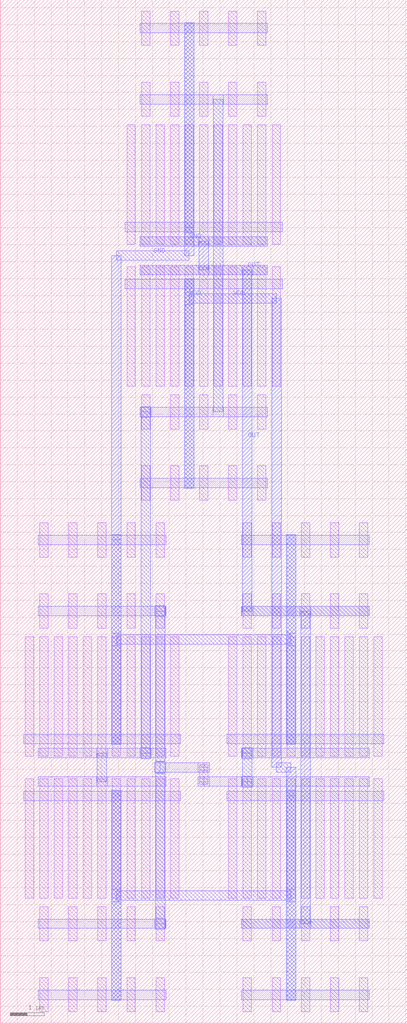
<source format=lef>
MACRO RING_OSC2
  ORIGIN 0 0 ;
  FOREIGN RING_OSC2 0 0 ;
  SIZE 12.04 BY 30.24 ;
  PIN GND
    DIRECTION INOUT ;
    USE SIGNAL ;
    PORT 
      LAYER M3 ;
        RECT 3.3 8.24 3.58 14.44 ;
      LAYER M3 ;
        RECT 8.46 8.24 8.74 14.44 ;
      LAYER M3 ;
        RECT 3.3 11.155 3.58 11.525 ;
      LAYER M2 ;
        RECT 3.44 11.2 8.6 11.48 ;
      LAYER M3 ;
        RECT 8.46 11.155 8.74 11.525 ;
      LAYER M3 ;
        RECT 5.45 23.36 5.73 29.56 ;
      LAYER M3 ;
        RECT 3.3 14.28 3.58 22.68 ;
      LAYER M2 ;
        RECT 3.44 22.54 5.59 22.82 ;
      LAYER M3 ;
        RECT 5.45 22.68 5.73 23.52 ;
    END
  END GND
  PIN VDD
    DIRECTION INOUT ;
    USE SIGNAL ;
    PORT 
      LAYER M3 ;
        RECT 3.3 0.68 3.58 6.88 ;
      LAYER M3 ;
        RECT 8.46 0.68 8.74 6.88 ;
      LAYER M3 ;
        RECT 3.3 3.595 3.58 3.965 ;
      LAYER M2 ;
        RECT 3.44 3.64 8.6 3.92 ;
      LAYER M3 ;
        RECT 8.46 3.595 8.74 3.965 ;
      LAYER M3 ;
        RECT 5.45 15.8 5.73 22 ;
      LAYER M3 ;
        RECT 8.46 6.72 8.74 7.56 ;
      LAYER M2 ;
        RECT 8.17 7.42 8.6 7.7 ;
      LAYER M3 ;
        RECT 8.03 7.56 8.31 21.42 ;
      LAYER M2 ;
        RECT 5.59 21.28 8.17 21.56 ;
      LAYER M3 ;
        RECT 5.45 21.235 5.73 21.605 ;
    END
  END VDD
  PIN OUT
    DIRECTION INOUT ;
    USE SIGNAL ;
    PORT 
      LAYER M2 ;
        RECT 7.14 2.8 10.92 3.08 ;
      LAYER M2 ;
        RECT 7.14 12.04 10.92 12.32 ;
      LAYER M2 ;
        RECT 8.87 2.8 9.19 3.08 ;
      LAYER M3 ;
        RECT 8.89 2.94 9.17 12.18 ;
      LAYER M2 ;
        RECT 8.87 12.04 9.19 12.32 ;
      LAYER M2 ;
        RECT 4.13 22.12 7.91 22.4 ;
      LAYER M2 ;
        RECT 4.13 22.96 7.91 23.24 ;
      LAYER M2 ;
        RECT 5.86 22.12 6.18 22.4 ;
      LAYER M3 ;
        RECT 5.88 22.26 6.16 23.1 ;
      LAYER M2 ;
        RECT 5.86 22.96 6.18 23.24 ;
      LAYER M2 ;
        RECT 7.15 12.04 7.47 12.32 ;
      LAYER M3 ;
        RECT 7.17 12.18 7.45 22.26 ;
      LAYER M2 ;
        RECT 7.15 22.12 7.47 22.4 ;
    END
  END OUT
  OBS 
  LAYER M2 ;
        RECT 1.12 7 4.9 7.28 ;
  LAYER M2 ;
        RECT 1.12 7.84 4.9 8.12 ;
  LAYER M2 ;
        RECT 2.85 7 3.17 7.28 ;
  LAYER M3 ;
        RECT 2.87 7.14 3.15 7.98 ;
  LAYER M2 ;
        RECT 2.85 7.84 3.17 8.12 ;
  LAYER M2 ;
        RECT 4.13 17.92 7.91 18.2 ;
  LAYER M2 ;
        RECT 4.13 27.16 7.91 27.44 ;
  LAYER M2 ;
        RECT 6.29 17.92 6.61 18.2 ;
  LAYER M3 ;
        RECT 6.31 18.06 6.59 27.3 ;
  LAYER M2 ;
        RECT 6.29 27.16 6.61 27.44 ;
  LAYER M2 ;
        RECT 4.14 7.84 4.46 8.12 ;
  LAYER M3 ;
        RECT 4.16 7.98 4.44 18.06 ;
  LAYER M2 ;
        RECT 4.14 17.92 4.46 18.2 ;
  LAYER M2 ;
        RECT 4.14 7.84 4.46 8.12 ;
  LAYER M3 ;
        RECT 4.16 7.82 4.44 8.14 ;
  LAYER M2 ;
        RECT 4.14 17.92 4.46 18.2 ;
  LAYER M3 ;
        RECT 4.16 17.9 4.44 18.22 ;
  LAYER M2 ;
        RECT 4.14 7.84 4.46 8.12 ;
  LAYER M3 ;
        RECT 4.16 7.82 4.44 8.14 ;
  LAYER M2 ;
        RECT 4.14 17.92 4.46 18.2 ;
  LAYER M3 ;
        RECT 4.16 17.9 4.44 18.22 ;
  LAYER M2 ;
        RECT 1.12 2.8 4.9 3.08 ;
  LAYER M2 ;
        RECT 1.12 12.04 4.9 12.32 ;
  LAYER M2 ;
        RECT 7.14 7 10.92 7.28 ;
  LAYER M2 ;
        RECT 7.14 7.84 10.92 8.12 ;
  LAYER M2 ;
        RECT 4.57 2.8 4.89 3.08 ;
  LAYER M3 ;
        RECT 4.59 2.94 4.87 12.18 ;
  LAYER M2 ;
        RECT 4.57 12.04 4.89 12.32 ;
  LAYER M3 ;
        RECT 4.59 7.375 4.87 7.745 ;
  LAYER M2 ;
        RECT 4.73 7.42 6.02 7.7 ;
  LAYER M1 ;
        RECT 5.895 7.14 6.145 7.56 ;
  LAYER M2 ;
        RECT 6.02 7 7.31 7.28 ;
  LAYER M2 ;
        RECT 7.15 7 7.47 7.28 ;
  LAYER M3 ;
        RECT 7.17 7.14 7.45 7.98 ;
  LAYER M2 ;
        RECT 7.15 7.84 7.47 8.12 ;
  LAYER M2 ;
        RECT 4.57 2.8 4.89 3.08 ;
  LAYER M3 ;
        RECT 4.59 2.78 4.87 3.1 ;
  LAYER M2 ;
        RECT 4.57 12.04 4.89 12.32 ;
  LAYER M3 ;
        RECT 4.59 12.02 4.87 12.34 ;
  LAYER M2 ;
        RECT 4.57 2.8 4.89 3.08 ;
  LAYER M3 ;
        RECT 4.59 2.78 4.87 3.1 ;
  LAYER M2 ;
        RECT 4.57 12.04 4.89 12.32 ;
  LAYER M3 ;
        RECT 4.59 12.02 4.87 12.34 ;
  LAYER M1 ;
        RECT 5.895 7.055 6.145 7.225 ;
  LAYER M2 ;
        RECT 5.85 7 6.19 7.28 ;
  LAYER M1 ;
        RECT 5.895 7.475 6.145 7.645 ;
  LAYER M2 ;
        RECT 5.85 7.42 6.19 7.7 ;
  LAYER M2 ;
        RECT 4.57 2.8 4.89 3.08 ;
  LAYER M3 ;
        RECT 4.59 2.78 4.87 3.1 ;
  LAYER M2 ;
        RECT 4.57 7.42 4.89 7.7 ;
  LAYER M3 ;
        RECT 4.59 7.4 4.87 7.72 ;
  LAYER M2 ;
        RECT 4.57 12.04 4.89 12.32 ;
  LAYER M3 ;
        RECT 4.59 12.02 4.87 12.34 ;
  LAYER M1 ;
        RECT 5.895 7.055 6.145 7.225 ;
  LAYER M2 ;
        RECT 5.85 7 6.19 7.28 ;
  LAYER M1 ;
        RECT 5.895 7.475 6.145 7.645 ;
  LAYER M2 ;
        RECT 5.85 7.42 6.19 7.7 ;
  LAYER M2 ;
        RECT 4.57 2.8 4.89 3.08 ;
  LAYER M3 ;
        RECT 4.59 2.78 4.87 3.1 ;
  LAYER M2 ;
        RECT 4.57 7.42 4.89 7.7 ;
  LAYER M3 ;
        RECT 4.59 7.4 4.87 7.72 ;
  LAYER M2 ;
        RECT 4.57 12.04 4.89 12.32 ;
  LAYER M3 ;
        RECT 4.59 12.02 4.87 12.34 ;
  LAYER M1 ;
        RECT 5.895 7.055 6.145 7.225 ;
  LAYER M2 ;
        RECT 5.85 7 6.19 7.28 ;
  LAYER M1 ;
        RECT 5.895 7.475 6.145 7.645 ;
  LAYER M2 ;
        RECT 5.85 7.42 6.19 7.7 ;
  LAYER M2 ;
        RECT 4.57 2.8 4.89 3.08 ;
  LAYER M3 ;
        RECT 4.59 2.78 4.87 3.1 ;
  LAYER M2 ;
        RECT 4.57 7.42 4.89 7.7 ;
  LAYER M3 ;
        RECT 4.59 7.4 4.87 7.72 ;
  LAYER M2 ;
        RECT 4.57 12.04 4.89 12.32 ;
  LAYER M3 ;
        RECT 4.59 12.02 4.87 12.34 ;
  LAYER M2 ;
        RECT 7.15 7 7.47 7.28 ;
  LAYER M3 ;
        RECT 7.17 6.98 7.45 7.3 ;
  LAYER M2 ;
        RECT 7.15 7.84 7.47 8.12 ;
  LAYER M3 ;
        RECT 7.17 7.82 7.45 8.14 ;
  LAYER M1 ;
        RECT 5.895 7.055 6.145 7.225 ;
  LAYER M2 ;
        RECT 5.85 7 6.19 7.28 ;
  LAYER M1 ;
        RECT 5.895 7.475 6.145 7.645 ;
  LAYER M2 ;
        RECT 5.85 7.42 6.19 7.7 ;
  LAYER M2 ;
        RECT 4.57 2.8 4.89 3.08 ;
  LAYER M3 ;
        RECT 4.59 2.78 4.87 3.1 ;
  LAYER M2 ;
        RECT 4.57 7.42 4.89 7.7 ;
  LAYER M3 ;
        RECT 4.59 7.4 4.87 7.72 ;
  LAYER M2 ;
        RECT 4.57 12.04 4.89 12.32 ;
  LAYER M3 ;
        RECT 4.59 12.02 4.87 12.34 ;
  LAYER M2 ;
        RECT 7.15 7 7.47 7.28 ;
  LAYER M3 ;
        RECT 7.17 6.98 7.45 7.3 ;
  LAYER M2 ;
        RECT 7.15 7.84 7.47 8.12 ;
  LAYER M3 ;
        RECT 7.17 7.82 7.45 8.14 ;
  LAYER M1 ;
        RECT 10.625 7.895 10.875 11.425 ;
  LAYER M1 ;
        RECT 10.625 11.675 10.875 12.685 ;
  LAYER M1 ;
        RECT 10.625 13.775 10.875 14.785 ;
  LAYER M1 ;
        RECT 11.055 7.895 11.305 11.425 ;
  LAYER M1 ;
        RECT 10.195 7.895 10.445 11.425 ;
  LAYER M1 ;
        RECT 9.765 7.895 10.015 11.425 ;
  LAYER M1 ;
        RECT 9.765 11.675 10.015 12.685 ;
  LAYER M1 ;
        RECT 9.765 13.775 10.015 14.785 ;
  LAYER M1 ;
        RECT 9.335 7.895 9.585 11.425 ;
  LAYER M1 ;
        RECT 8.905 7.895 9.155 11.425 ;
  LAYER M1 ;
        RECT 8.905 11.675 9.155 12.685 ;
  LAYER M1 ;
        RECT 8.905 13.775 9.155 14.785 ;
  LAYER M1 ;
        RECT 8.475 7.895 8.725 11.425 ;
  LAYER M1 ;
        RECT 8.045 7.895 8.295 11.425 ;
  LAYER M1 ;
        RECT 8.045 11.675 8.295 12.685 ;
  LAYER M1 ;
        RECT 8.045 13.775 8.295 14.785 ;
  LAYER M1 ;
        RECT 7.615 7.895 7.865 11.425 ;
  LAYER M1 ;
        RECT 7.185 7.895 7.435 11.425 ;
  LAYER M1 ;
        RECT 7.185 11.675 7.435 12.685 ;
  LAYER M1 ;
        RECT 7.185 13.775 7.435 14.785 ;
  LAYER M1 ;
        RECT 6.755 7.895 7.005 11.425 ;
  LAYER M2 ;
        RECT 7.14 14.14 10.92 14.42 ;
  LAYER M2 ;
        RECT 6.71 8.26 11.35 8.54 ;
  LAYER M2 ;
        RECT 7.14 7.84 10.92 8.12 ;
  LAYER M2 ;
        RECT 7.14 12.04 10.92 12.32 ;
  LAYER M3 ;
        RECT 8.46 8.24 8.74 14.44 ;
  LAYER M1 ;
        RECT 1.165 7.895 1.415 11.425 ;
  LAYER M1 ;
        RECT 1.165 11.675 1.415 12.685 ;
  LAYER M1 ;
        RECT 1.165 13.775 1.415 14.785 ;
  LAYER M1 ;
        RECT 0.735 7.895 0.985 11.425 ;
  LAYER M1 ;
        RECT 1.595 7.895 1.845 11.425 ;
  LAYER M1 ;
        RECT 2.025 7.895 2.275 11.425 ;
  LAYER M1 ;
        RECT 2.025 11.675 2.275 12.685 ;
  LAYER M1 ;
        RECT 2.025 13.775 2.275 14.785 ;
  LAYER M1 ;
        RECT 2.455 7.895 2.705 11.425 ;
  LAYER M1 ;
        RECT 2.885 7.895 3.135 11.425 ;
  LAYER M1 ;
        RECT 2.885 11.675 3.135 12.685 ;
  LAYER M1 ;
        RECT 2.885 13.775 3.135 14.785 ;
  LAYER M1 ;
        RECT 3.315 7.895 3.565 11.425 ;
  LAYER M1 ;
        RECT 3.745 7.895 3.995 11.425 ;
  LAYER M1 ;
        RECT 3.745 11.675 3.995 12.685 ;
  LAYER M1 ;
        RECT 3.745 13.775 3.995 14.785 ;
  LAYER M1 ;
        RECT 4.175 7.895 4.425 11.425 ;
  LAYER M1 ;
        RECT 4.605 7.895 4.855 11.425 ;
  LAYER M1 ;
        RECT 4.605 11.675 4.855 12.685 ;
  LAYER M1 ;
        RECT 4.605 13.775 4.855 14.785 ;
  LAYER M1 ;
        RECT 5.035 7.895 5.285 11.425 ;
  LAYER M2 ;
        RECT 1.12 14.14 4.9 14.42 ;
  LAYER M2 ;
        RECT 0.69 8.26 5.33 8.54 ;
  LAYER M2 ;
        RECT 1.12 7.84 4.9 8.12 ;
  LAYER M2 ;
        RECT 1.12 12.04 4.9 12.32 ;
  LAYER M3 ;
        RECT 3.3 8.24 3.58 14.44 ;
  LAYER M1 ;
        RECT 10.625 3.695 10.875 7.225 ;
  LAYER M1 ;
        RECT 10.625 2.435 10.875 3.445 ;
  LAYER M1 ;
        RECT 10.625 0.335 10.875 1.345 ;
  LAYER M1 ;
        RECT 11.055 3.695 11.305 7.225 ;
  LAYER M1 ;
        RECT 10.195 3.695 10.445 7.225 ;
  LAYER M1 ;
        RECT 9.765 3.695 10.015 7.225 ;
  LAYER M1 ;
        RECT 9.765 2.435 10.015 3.445 ;
  LAYER M1 ;
        RECT 9.765 0.335 10.015 1.345 ;
  LAYER M1 ;
        RECT 9.335 3.695 9.585 7.225 ;
  LAYER M1 ;
        RECT 8.905 3.695 9.155 7.225 ;
  LAYER M1 ;
        RECT 8.905 2.435 9.155 3.445 ;
  LAYER M1 ;
        RECT 8.905 0.335 9.155 1.345 ;
  LAYER M1 ;
        RECT 8.475 3.695 8.725 7.225 ;
  LAYER M1 ;
        RECT 8.045 3.695 8.295 7.225 ;
  LAYER M1 ;
        RECT 8.045 2.435 8.295 3.445 ;
  LAYER M1 ;
        RECT 8.045 0.335 8.295 1.345 ;
  LAYER M1 ;
        RECT 7.615 3.695 7.865 7.225 ;
  LAYER M1 ;
        RECT 7.185 3.695 7.435 7.225 ;
  LAYER M1 ;
        RECT 7.185 2.435 7.435 3.445 ;
  LAYER M1 ;
        RECT 7.185 0.335 7.435 1.345 ;
  LAYER M1 ;
        RECT 6.755 3.695 7.005 7.225 ;
  LAYER M2 ;
        RECT 7.14 0.7 10.92 0.98 ;
  LAYER M2 ;
        RECT 6.71 6.58 11.35 6.86 ;
  LAYER M2 ;
        RECT 7.14 7 10.92 7.28 ;
  LAYER M2 ;
        RECT 7.14 2.8 10.92 3.08 ;
  LAYER M3 ;
        RECT 8.46 0.68 8.74 6.88 ;
  LAYER M1 ;
        RECT 1.165 3.695 1.415 7.225 ;
  LAYER M1 ;
        RECT 1.165 2.435 1.415 3.445 ;
  LAYER M1 ;
        RECT 1.165 0.335 1.415 1.345 ;
  LAYER M1 ;
        RECT 0.735 3.695 0.985 7.225 ;
  LAYER M1 ;
        RECT 1.595 3.695 1.845 7.225 ;
  LAYER M1 ;
        RECT 2.025 3.695 2.275 7.225 ;
  LAYER M1 ;
        RECT 2.025 2.435 2.275 3.445 ;
  LAYER M1 ;
        RECT 2.025 0.335 2.275 1.345 ;
  LAYER M1 ;
        RECT 2.455 3.695 2.705 7.225 ;
  LAYER M1 ;
        RECT 2.885 3.695 3.135 7.225 ;
  LAYER M1 ;
        RECT 2.885 2.435 3.135 3.445 ;
  LAYER M1 ;
        RECT 2.885 0.335 3.135 1.345 ;
  LAYER M1 ;
        RECT 3.315 3.695 3.565 7.225 ;
  LAYER M1 ;
        RECT 3.745 3.695 3.995 7.225 ;
  LAYER M1 ;
        RECT 3.745 2.435 3.995 3.445 ;
  LAYER M1 ;
        RECT 3.745 0.335 3.995 1.345 ;
  LAYER M1 ;
        RECT 4.175 3.695 4.425 7.225 ;
  LAYER M1 ;
        RECT 4.605 3.695 4.855 7.225 ;
  LAYER M1 ;
        RECT 4.605 2.435 4.855 3.445 ;
  LAYER M1 ;
        RECT 4.605 0.335 4.855 1.345 ;
  LAYER M1 ;
        RECT 5.035 3.695 5.285 7.225 ;
  LAYER M2 ;
        RECT 1.12 0.7 4.9 0.98 ;
  LAYER M2 ;
        RECT 0.69 6.58 5.33 6.86 ;
  LAYER M2 ;
        RECT 1.12 7 4.9 7.28 ;
  LAYER M2 ;
        RECT 1.12 2.8 4.9 3.08 ;
  LAYER M3 ;
        RECT 3.3 0.68 3.58 6.88 ;
  LAYER M1 ;
        RECT 7.615 23.015 7.865 26.545 ;
  LAYER M1 ;
        RECT 7.615 26.795 7.865 27.805 ;
  LAYER M1 ;
        RECT 7.615 28.895 7.865 29.905 ;
  LAYER M1 ;
        RECT 8.045 23.015 8.295 26.545 ;
  LAYER M1 ;
        RECT 7.185 23.015 7.435 26.545 ;
  LAYER M1 ;
        RECT 6.755 23.015 7.005 26.545 ;
  LAYER M1 ;
        RECT 6.755 26.795 7.005 27.805 ;
  LAYER M1 ;
        RECT 6.755 28.895 7.005 29.905 ;
  LAYER M1 ;
        RECT 6.325 23.015 6.575 26.545 ;
  LAYER M1 ;
        RECT 5.895 23.015 6.145 26.545 ;
  LAYER M1 ;
        RECT 5.895 26.795 6.145 27.805 ;
  LAYER M1 ;
        RECT 5.895 28.895 6.145 29.905 ;
  LAYER M1 ;
        RECT 5.465 23.015 5.715 26.545 ;
  LAYER M1 ;
        RECT 5.035 23.015 5.285 26.545 ;
  LAYER M1 ;
        RECT 5.035 26.795 5.285 27.805 ;
  LAYER M1 ;
        RECT 5.035 28.895 5.285 29.905 ;
  LAYER M1 ;
        RECT 4.605 23.015 4.855 26.545 ;
  LAYER M1 ;
        RECT 4.175 23.015 4.425 26.545 ;
  LAYER M1 ;
        RECT 4.175 26.795 4.425 27.805 ;
  LAYER M1 ;
        RECT 4.175 28.895 4.425 29.905 ;
  LAYER M1 ;
        RECT 3.745 23.015 3.995 26.545 ;
  LAYER M2 ;
        RECT 4.13 29.26 7.91 29.54 ;
  LAYER M2 ;
        RECT 3.7 23.38 8.34 23.66 ;
  LAYER M2 ;
        RECT 4.13 22.96 7.91 23.24 ;
  LAYER M2 ;
        RECT 4.13 27.16 7.91 27.44 ;
  LAYER M3 ;
        RECT 5.45 23.36 5.73 29.56 ;
  LAYER M1 ;
        RECT 7.615 18.815 7.865 22.345 ;
  LAYER M1 ;
        RECT 7.615 17.555 7.865 18.565 ;
  LAYER M1 ;
        RECT 7.615 15.455 7.865 16.465 ;
  LAYER M1 ;
        RECT 8.045 18.815 8.295 22.345 ;
  LAYER M1 ;
        RECT 7.185 18.815 7.435 22.345 ;
  LAYER M1 ;
        RECT 6.755 18.815 7.005 22.345 ;
  LAYER M1 ;
        RECT 6.755 17.555 7.005 18.565 ;
  LAYER M1 ;
        RECT 6.755 15.455 7.005 16.465 ;
  LAYER M1 ;
        RECT 6.325 18.815 6.575 22.345 ;
  LAYER M1 ;
        RECT 5.895 18.815 6.145 22.345 ;
  LAYER M1 ;
        RECT 5.895 17.555 6.145 18.565 ;
  LAYER M1 ;
        RECT 5.895 15.455 6.145 16.465 ;
  LAYER M1 ;
        RECT 5.465 18.815 5.715 22.345 ;
  LAYER M1 ;
        RECT 5.035 18.815 5.285 22.345 ;
  LAYER M1 ;
        RECT 5.035 17.555 5.285 18.565 ;
  LAYER M1 ;
        RECT 5.035 15.455 5.285 16.465 ;
  LAYER M1 ;
        RECT 4.605 18.815 4.855 22.345 ;
  LAYER M1 ;
        RECT 4.175 18.815 4.425 22.345 ;
  LAYER M1 ;
        RECT 4.175 17.555 4.425 18.565 ;
  LAYER M1 ;
        RECT 4.175 15.455 4.425 16.465 ;
  LAYER M1 ;
        RECT 3.745 18.815 3.995 22.345 ;
  LAYER M2 ;
        RECT 4.13 15.82 7.91 16.1 ;
  LAYER M2 ;
        RECT 3.7 21.7 8.34 21.98 ;
  LAYER M2 ;
        RECT 4.13 22.12 7.91 22.4 ;
  LAYER M2 ;
        RECT 4.13 17.92 7.91 18.2 ;
  LAYER M3 ;
        RECT 5.45 15.8 5.73 22 ;
  END 
END RING_OSC2

</source>
